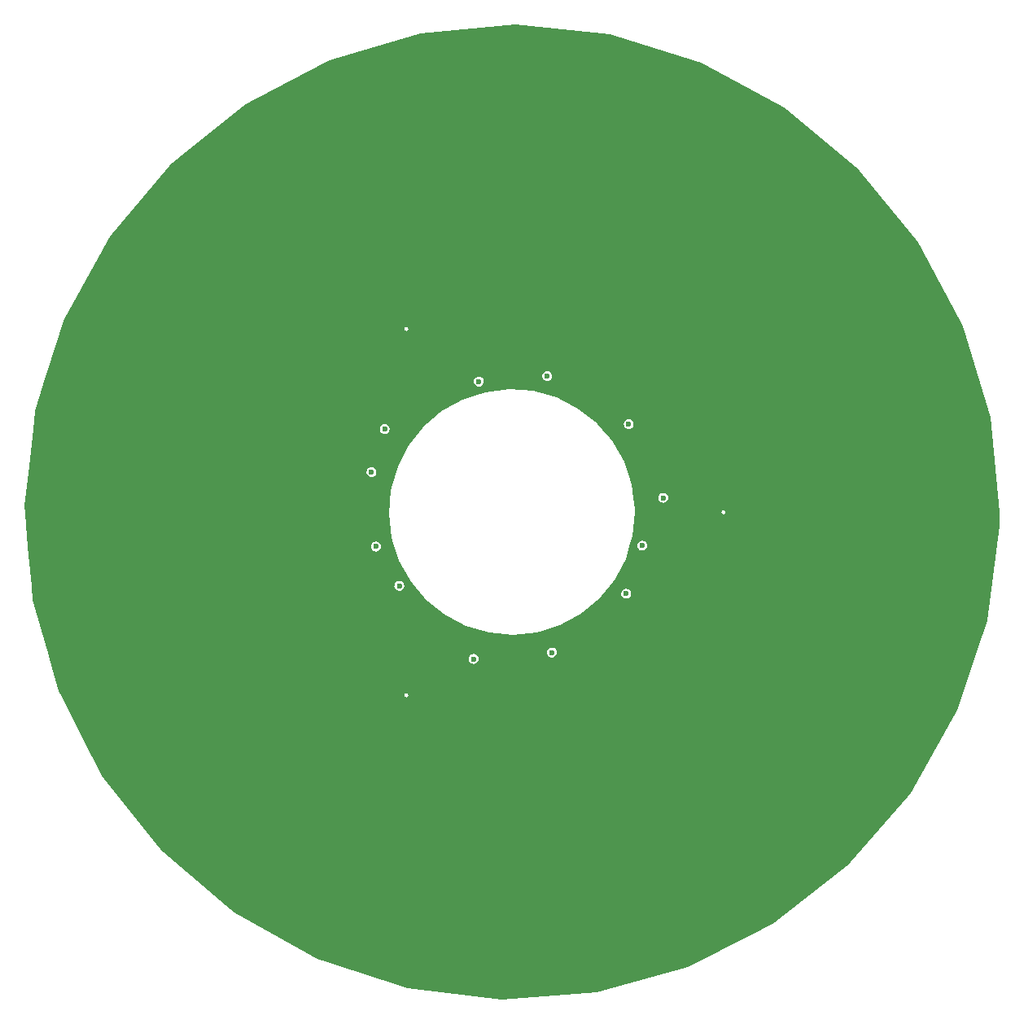
<source format=gbr>
G04 #@! TF.GenerationSoftware,KiCad,Pcbnew,(2017-12-21 revision 7586afd53)-makepkg*
G04 #@! TF.CreationDate,2018-01-22T18:21:21-08:00*
G04 #@! TF.ProjectId,fieldmill,6669656C646D696C6C2E6B696361645F,A*
G04 #@! TF.SameCoordinates,Original*
G04 #@! TF.FileFunction,Copper,L3,Inr,Signal*
G04 #@! TF.FilePolarity,Positive*
%FSLAX46Y46*%
G04 Gerber Fmt 4.6, Leading zero omitted, Abs format (unit mm)*
G04 Created by KiCad (PCBNEW (2017-12-21 revision 7586afd53)-makepkg) date 01/22/18 18:21:21*
%MOMM*%
%LPD*%
G01*
G04 APERTURE LIST*
%ADD10C,0.600000*%
%ADD11C,0.550000*%
%ADD12C,0.200000*%
G04 APERTURE END LIST*
D10*
X143800000Y-96000000D03*
X140200000Y-91600000D03*
X143500000Y-100000000D03*
X74625000Y-85350000D03*
X128700000Y-122500000D03*
X126800000Y-122700000D03*
X146650000Y-93900000D03*
X118275000Y-89450000D03*
D11*
X80950000Y-100000000D03*
X74650000Y-75800000D03*
X80850000Y-88850000D03*
D10*
X88280000Y-107670000D03*
X147400000Y-100000000D03*
X86760000Y-91380000D03*
X115725000Y-98525000D03*
X111150000Y-88870000D03*
X111160000Y-111130000D03*
X88850000Y-111140000D03*
X88870000Y-88850000D03*
X115760000Y-100000000D03*
X84250000Y-100000000D03*
X100000000Y-115760000D03*
X100000000Y-84250000D03*
X96000000Y-115281675D03*
X85379536Y-95850000D03*
X104150000Y-114620464D03*
X112140000Y-90860000D03*
X111880000Y-108490000D03*
X85850000Y-103588125D03*
X103650000Y-85866579D03*
X96550000Y-86434008D03*
X113552595Y-103500000D03*
D12*
G36*
X110179570Y-50409003D02*
X119617977Y-53330678D01*
X128309141Y-58029973D01*
X135922019Y-64327893D01*
X142166638Y-71984553D01*
X146805143Y-80708312D01*
X149660855Y-90166886D01*
X150625000Y-100000000D01*
X150605262Y-101413533D01*
X149366936Y-111215893D01*
X146248239Y-120591043D01*
X141367960Y-129181886D01*
X134911989Y-136661200D01*
X127126231Y-142744101D01*
X118307244Y-147198892D01*
X108790939Y-149855892D01*
X98939790Y-150613897D01*
X89129024Y-149444034D01*
X79732330Y-146390863D01*
X71107626Y-141570679D01*
X63583423Y-135167080D01*
X57446316Y-127423978D01*
X53152200Y-119068532D01*
X88699208Y-119068532D01*
X88708156Y-119126394D01*
X88728172Y-119181416D01*
X88758494Y-119231502D01*
X88797968Y-119274745D01*
X88845088Y-119309497D01*
X88848701Y-119311617D01*
X88851215Y-119313069D01*
X88904531Y-119337265D01*
X88961532Y-119350644D01*
X89020045Y-119352696D01*
X89077844Y-119343345D01*
X89132724Y-119322945D01*
X89182598Y-119292274D01*
X89225565Y-119252500D01*
X89259987Y-119205138D01*
X89284553Y-119151992D01*
X89298330Y-119095086D01*
X89300792Y-119036588D01*
X89291844Y-118978726D01*
X89271827Y-118923704D01*
X89241506Y-118873617D01*
X89202032Y-118830375D01*
X89154912Y-118795623D01*
X89151299Y-118793503D01*
X89148785Y-118792051D01*
X89095469Y-118767855D01*
X89038468Y-118754476D01*
X88979954Y-118752423D01*
X88922156Y-118761775D01*
X88867276Y-118782175D01*
X88817402Y-118812845D01*
X88774435Y-118852620D01*
X88740013Y-118899982D01*
X88715446Y-118953128D01*
X88701669Y-119010034D01*
X88699208Y-119068532D01*
X53152200Y-119068532D01*
X52930065Y-118636305D01*
X51982607Y-115332125D01*
X95399211Y-115332125D01*
X95420452Y-115447858D01*
X95463768Y-115557261D01*
X95527509Y-115656167D01*
X95609247Y-115740809D01*
X95705868Y-115807962D01*
X95813693Y-115855070D01*
X95928614Y-115880337D01*
X96046254Y-115882801D01*
X96162133Y-115862369D01*
X96271835Y-115819818D01*
X96371184Y-115756769D01*
X96456395Y-115675624D01*
X96524221Y-115579474D01*
X96572080Y-115471981D01*
X96598149Y-115357239D01*
X96600026Y-115222842D01*
X96577171Y-115107417D01*
X96532332Y-114998629D01*
X96467216Y-114900623D01*
X96384305Y-114817130D01*
X96286755Y-114751332D01*
X96178283Y-114705735D01*
X96063021Y-114682075D01*
X95945357Y-114681253D01*
X95829775Y-114703302D01*
X95720677Y-114747380D01*
X95622219Y-114811810D01*
X95538150Y-114894136D01*
X95471672Y-114991224D01*
X95425318Y-115099375D01*
X95400854Y-115214470D01*
X95399211Y-115332125D01*
X51982607Y-115332125D01*
X51793008Y-114670914D01*
X103549211Y-114670914D01*
X103570452Y-114786647D01*
X103613768Y-114896050D01*
X103677509Y-114994956D01*
X103759247Y-115079598D01*
X103855868Y-115146751D01*
X103963693Y-115193859D01*
X104078614Y-115219126D01*
X104196254Y-115221590D01*
X104312133Y-115201158D01*
X104421835Y-115158607D01*
X104521184Y-115095558D01*
X104606395Y-115014413D01*
X104674221Y-114918263D01*
X104722080Y-114810770D01*
X104748149Y-114696028D01*
X104750026Y-114561631D01*
X104727171Y-114446206D01*
X104682332Y-114337418D01*
X104617216Y-114239412D01*
X104534305Y-114155919D01*
X104436755Y-114090121D01*
X104328283Y-114044524D01*
X104213021Y-114020864D01*
X104095357Y-114020042D01*
X103979775Y-114042091D01*
X103870677Y-114086169D01*
X103772219Y-114150599D01*
X103688150Y-114232925D01*
X103621672Y-114330013D01*
X103575318Y-114438164D01*
X103550854Y-114553259D01*
X103549211Y-114670914D01*
X51793008Y-114670914D01*
X50206694Y-109138782D01*
X50087594Y-107720450D01*
X87679211Y-107720450D01*
X87700452Y-107836183D01*
X87743768Y-107945586D01*
X87807509Y-108044492D01*
X87889247Y-108129134D01*
X87985868Y-108196287D01*
X88093693Y-108243395D01*
X88208614Y-108268662D01*
X88326254Y-108271126D01*
X88442133Y-108250694D01*
X88551835Y-108208143D01*
X88651184Y-108145094D01*
X88736395Y-108063949D01*
X88804221Y-107967799D01*
X88852080Y-107860306D01*
X88878149Y-107745564D01*
X88880026Y-107611167D01*
X88857171Y-107495742D01*
X88812332Y-107386954D01*
X88747216Y-107288948D01*
X88664305Y-107205455D01*
X88566755Y-107139657D01*
X88458283Y-107094060D01*
X88343021Y-107070400D01*
X88225357Y-107069578D01*
X88109775Y-107091627D01*
X88000677Y-107135705D01*
X87902219Y-107200135D01*
X87818150Y-107282461D01*
X87751672Y-107379549D01*
X87705318Y-107487700D01*
X87680854Y-107602795D01*
X87679211Y-107720450D01*
X50087594Y-107720450D01*
X49744830Y-103638575D01*
X85249211Y-103638575D01*
X85270452Y-103754308D01*
X85313768Y-103863711D01*
X85377509Y-103962617D01*
X85459247Y-104047259D01*
X85555868Y-104114412D01*
X85663693Y-104161520D01*
X85778614Y-104186787D01*
X85896254Y-104189251D01*
X86012133Y-104168819D01*
X86121835Y-104126268D01*
X86221184Y-104063219D01*
X86306395Y-103982074D01*
X86374221Y-103885924D01*
X86422080Y-103778431D01*
X86448149Y-103663689D01*
X86450026Y-103529292D01*
X86427171Y-103413867D01*
X86382332Y-103305079D01*
X86317216Y-103207073D01*
X86234305Y-103123580D01*
X86136755Y-103057782D01*
X86028283Y-103012185D01*
X85913021Y-102988525D01*
X85795357Y-102987703D01*
X85679775Y-103009752D01*
X85570677Y-103053830D01*
X85472219Y-103118260D01*
X85388150Y-103200586D01*
X85321672Y-103297674D01*
X85275318Y-103405825D01*
X85250854Y-103520920D01*
X85249211Y-103638575D01*
X49744830Y-103638575D01*
X49454385Y-100179763D01*
X87126255Y-100179763D01*
X87406350Y-102676863D01*
X88166133Y-105072002D01*
X89376664Y-107273950D01*
X90991834Y-109198836D01*
X92950123Y-110773341D01*
X95176940Y-111937492D01*
X97587466Y-112646948D01*
X100089884Y-112874686D01*
X102588878Y-112612031D01*
X104989263Y-111868988D01*
X107199609Y-110673859D01*
X109135723Y-109072165D01*
X109569379Y-108540450D01*
X111279211Y-108540450D01*
X111300452Y-108656183D01*
X111343768Y-108765586D01*
X111407509Y-108864492D01*
X111489247Y-108949134D01*
X111585868Y-109016287D01*
X111693693Y-109063395D01*
X111808614Y-109088662D01*
X111926254Y-109091126D01*
X112042133Y-109070694D01*
X112151835Y-109028143D01*
X112251184Y-108965094D01*
X112336395Y-108883949D01*
X112404221Y-108787799D01*
X112452080Y-108680306D01*
X112478149Y-108565564D01*
X112480026Y-108431167D01*
X112457171Y-108315742D01*
X112412332Y-108206954D01*
X112347216Y-108108948D01*
X112264305Y-108025455D01*
X112166755Y-107959657D01*
X112058283Y-107914060D01*
X111943021Y-107890400D01*
X111825357Y-107889578D01*
X111709775Y-107911627D01*
X111600677Y-107955705D01*
X111502219Y-108020135D01*
X111418150Y-108102461D01*
X111351672Y-108199549D01*
X111305318Y-108307700D01*
X111280854Y-108422795D01*
X111279211Y-108540450D01*
X109569379Y-108540450D01*
X110723861Y-107124916D01*
X111903530Y-104906281D01*
X112312879Y-103550450D01*
X112951806Y-103550450D01*
X112973047Y-103666183D01*
X113016363Y-103775586D01*
X113080104Y-103874492D01*
X113161842Y-103959134D01*
X113258463Y-104026287D01*
X113366288Y-104073395D01*
X113481209Y-104098662D01*
X113598849Y-104101126D01*
X113714728Y-104080694D01*
X113824430Y-104038143D01*
X113923779Y-103975094D01*
X114008990Y-103893949D01*
X114076816Y-103797799D01*
X114124675Y-103690306D01*
X114150744Y-103575564D01*
X114152621Y-103441167D01*
X114129766Y-103325742D01*
X114084927Y-103216954D01*
X114019811Y-103118948D01*
X113936900Y-103035455D01*
X113839350Y-102969657D01*
X113730878Y-102924060D01*
X113615616Y-102900400D01*
X113497952Y-102899578D01*
X113382370Y-102921627D01*
X113273272Y-102965705D01*
X113174814Y-103030135D01*
X113090745Y-103112461D01*
X113024267Y-103209549D01*
X112977913Y-103317700D01*
X112953449Y-103432795D01*
X112951806Y-103550450D01*
X112312879Y-103550450D01*
X112629798Y-102500767D01*
X112875000Y-100000000D01*
X112874980Y-99998548D01*
X121700000Y-99998548D01*
X121700000Y-100001452D01*
X121705713Y-100059722D01*
X121722636Y-100115773D01*
X121750124Y-100167469D01*
X121787129Y-100212842D01*
X121832242Y-100250163D01*
X121883745Y-100278011D01*
X121939677Y-100295325D01*
X121997906Y-100301445D01*
X122056214Y-100296138D01*
X122112382Y-100279607D01*
X122164269Y-100252481D01*
X122209899Y-100215794D01*
X122247534Y-100170942D01*
X122275741Y-100119635D01*
X122293444Y-100063826D01*
X122299971Y-100005641D01*
X122300000Y-100001452D01*
X122300000Y-99998548D01*
X122294287Y-99940278D01*
X122277364Y-99884227D01*
X122249876Y-99832531D01*
X122212871Y-99787158D01*
X122167758Y-99749837D01*
X122116255Y-99721989D01*
X122060323Y-99704675D01*
X122002094Y-99698555D01*
X121943786Y-99703862D01*
X121887618Y-99720393D01*
X121835731Y-99747519D01*
X121790101Y-99784206D01*
X121752466Y-99829058D01*
X121724259Y-99880365D01*
X121706556Y-99936174D01*
X121700029Y-99994359D01*
X121700000Y-99998548D01*
X112874980Y-99998548D01*
X112869980Y-99640509D01*
X112735432Y-98575450D01*
X115124211Y-98575450D01*
X115145452Y-98691183D01*
X115188768Y-98800586D01*
X115252509Y-98899492D01*
X115334247Y-98984134D01*
X115430868Y-99051287D01*
X115538693Y-99098395D01*
X115653614Y-99123662D01*
X115771254Y-99126126D01*
X115887133Y-99105694D01*
X115996835Y-99063143D01*
X116096184Y-99000094D01*
X116181395Y-98918949D01*
X116249221Y-98822799D01*
X116297080Y-98715306D01*
X116323149Y-98600564D01*
X116325026Y-98466167D01*
X116302171Y-98350742D01*
X116257332Y-98241954D01*
X116192216Y-98143948D01*
X116109305Y-98060455D01*
X116011755Y-97994657D01*
X115903283Y-97949060D01*
X115788021Y-97925400D01*
X115670357Y-97924578D01*
X115554775Y-97946627D01*
X115445677Y-97990705D01*
X115347219Y-98055135D01*
X115263150Y-98137461D01*
X115196672Y-98234549D01*
X115150318Y-98342700D01*
X115125854Y-98457795D01*
X115124211Y-98575450D01*
X112735432Y-98575450D01*
X112555048Y-97147563D01*
X111761898Y-94763266D01*
X110520741Y-92578434D01*
X109080977Y-90910450D01*
X111539211Y-90910450D01*
X111560452Y-91026183D01*
X111603768Y-91135586D01*
X111667509Y-91234492D01*
X111749247Y-91319134D01*
X111845868Y-91386287D01*
X111953693Y-91433395D01*
X112068614Y-91458662D01*
X112186254Y-91461126D01*
X112302133Y-91440694D01*
X112411835Y-91398143D01*
X112511184Y-91335094D01*
X112596395Y-91253949D01*
X112664221Y-91157799D01*
X112712080Y-91050306D01*
X112738149Y-90935564D01*
X112740026Y-90801167D01*
X112717171Y-90685742D01*
X112672332Y-90576954D01*
X112607216Y-90478948D01*
X112524305Y-90395455D01*
X112426755Y-90329657D01*
X112318283Y-90284060D01*
X112203021Y-90260400D01*
X112085357Y-90259578D01*
X111969775Y-90281627D01*
X111860677Y-90325705D01*
X111762219Y-90390135D01*
X111678150Y-90472461D01*
X111611672Y-90569549D01*
X111565318Y-90677700D01*
X111540854Y-90792795D01*
X111539211Y-90910450D01*
X109080977Y-90910450D01*
X108878852Y-90676287D01*
X106898770Y-89129278D01*
X104655916Y-87996331D01*
X102235720Y-87320600D01*
X99730366Y-87127824D01*
X97235283Y-87425344D01*
X94845506Y-88201830D01*
X92652063Y-89427704D01*
X90738500Y-91056273D01*
X89177705Y-93025507D01*
X88029128Y-95260396D01*
X87336517Y-97675816D01*
X87126255Y-100179763D01*
X49454385Y-100179763D01*
X49379935Y-99293165D01*
X49760488Y-95900450D01*
X84778747Y-95900450D01*
X84799988Y-96016183D01*
X84843304Y-96125586D01*
X84907045Y-96224492D01*
X84988783Y-96309134D01*
X85085404Y-96376287D01*
X85193229Y-96423395D01*
X85308150Y-96448662D01*
X85425790Y-96451126D01*
X85541669Y-96430694D01*
X85651371Y-96388143D01*
X85750720Y-96325094D01*
X85835931Y-96243949D01*
X85903757Y-96147799D01*
X85951616Y-96040306D01*
X85977685Y-95925564D01*
X85979562Y-95791167D01*
X85956707Y-95675742D01*
X85911868Y-95566954D01*
X85846752Y-95468948D01*
X85763841Y-95385455D01*
X85666291Y-95319657D01*
X85557819Y-95274060D01*
X85442557Y-95250400D01*
X85324893Y-95249578D01*
X85209311Y-95271627D01*
X85100213Y-95315705D01*
X85001755Y-95380135D01*
X84917686Y-95462461D01*
X84851208Y-95559549D01*
X84804854Y-95667700D01*
X84780390Y-95782795D01*
X84778747Y-95900450D01*
X49760488Y-95900450D01*
X50261879Y-91430450D01*
X86159211Y-91430450D01*
X86180452Y-91546183D01*
X86223768Y-91655586D01*
X86287509Y-91754492D01*
X86369247Y-91839134D01*
X86465868Y-91906287D01*
X86573693Y-91953395D01*
X86688614Y-91978662D01*
X86806254Y-91981126D01*
X86922133Y-91960694D01*
X87031835Y-91918143D01*
X87131184Y-91855094D01*
X87216395Y-91773949D01*
X87284221Y-91677799D01*
X87332080Y-91570306D01*
X87358149Y-91455564D01*
X87360026Y-91321167D01*
X87337171Y-91205742D01*
X87292332Y-91096954D01*
X87227216Y-90998948D01*
X87144305Y-90915455D01*
X87046755Y-90849657D01*
X86938283Y-90804060D01*
X86823021Y-90780400D01*
X86705357Y-90779578D01*
X86589775Y-90801627D01*
X86480677Y-90845705D01*
X86382219Y-90910135D01*
X86298150Y-90992461D01*
X86231672Y-91089549D01*
X86185318Y-91197700D01*
X86160854Y-91312795D01*
X86159211Y-91430450D01*
X50261879Y-91430450D01*
X50481278Y-89474471D01*
X51429765Y-86484458D01*
X95949211Y-86484458D01*
X95970452Y-86600191D01*
X96013768Y-86709594D01*
X96077509Y-86808500D01*
X96159247Y-86893142D01*
X96255868Y-86960295D01*
X96363693Y-87007403D01*
X96478614Y-87032670D01*
X96596254Y-87035134D01*
X96712133Y-87014702D01*
X96821835Y-86972151D01*
X96921184Y-86909102D01*
X97006395Y-86827957D01*
X97074221Y-86731807D01*
X97122080Y-86624314D01*
X97148149Y-86509572D01*
X97150026Y-86375175D01*
X97127171Y-86259750D01*
X97082332Y-86150962D01*
X97017216Y-86052956D01*
X96934305Y-85969463D01*
X96856569Y-85917029D01*
X103049211Y-85917029D01*
X103070452Y-86032762D01*
X103113768Y-86142165D01*
X103177509Y-86241071D01*
X103259247Y-86325713D01*
X103355868Y-86392866D01*
X103463693Y-86439974D01*
X103578614Y-86465241D01*
X103696254Y-86467705D01*
X103812133Y-86447273D01*
X103921835Y-86404722D01*
X104021184Y-86341673D01*
X104106395Y-86260528D01*
X104174221Y-86164378D01*
X104222080Y-86056885D01*
X104248149Y-85942143D01*
X104250026Y-85807746D01*
X104227171Y-85692321D01*
X104182332Y-85583533D01*
X104117216Y-85485527D01*
X104034305Y-85402034D01*
X103936755Y-85336236D01*
X103828283Y-85290639D01*
X103713021Y-85266979D01*
X103595357Y-85266157D01*
X103479775Y-85288206D01*
X103370677Y-85332284D01*
X103272219Y-85396714D01*
X103188150Y-85479040D01*
X103121672Y-85576128D01*
X103075318Y-85684279D01*
X103050854Y-85799374D01*
X103049211Y-85917029D01*
X96856569Y-85917029D01*
X96836755Y-85903665D01*
X96728283Y-85858068D01*
X96613021Y-85834408D01*
X96495357Y-85833586D01*
X96379775Y-85855635D01*
X96270677Y-85899713D01*
X96172219Y-85964143D01*
X96088150Y-86046469D01*
X96021672Y-86143557D01*
X95975318Y-86251708D01*
X95950854Y-86366803D01*
X95949211Y-86484458D01*
X51429765Y-86484458D01*
X53192603Y-80927287D01*
X88699471Y-80927287D01*
X88701114Y-80985814D01*
X88714095Y-81042907D01*
X88737918Y-81096391D01*
X88771676Y-81144228D01*
X88814083Y-81184599D01*
X88863523Y-81215963D01*
X88918114Y-81237128D01*
X88975776Y-81247285D01*
X89034312Y-81246050D01*
X89091494Y-81233468D01*
X89145143Y-81210019D01*
X89148785Y-81207949D01*
X89151299Y-81206497D01*
X89198900Y-81172407D01*
X89238973Y-81129719D01*
X89269991Y-81080061D01*
X89290774Y-81025324D01*
X89300529Y-80967593D01*
X89298885Y-80909066D01*
X89285905Y-80851973D01*
X89262081Y-80798489D01*
X89228324Y-80750652D01*
X89185917Y-80710281D01*
X89136477Y-80678917D01*
X89081886Y-80657752D01*
X89024224Y-80647595D01*
X88965688Y-80648830D01*
X88908506Y-80661412D01*
X88854857Y-80684861D01*
X88851215Y-80686931D01*
X88848701Y-80688383D01*
X88801100Y-80722473D01*
X88761027Y-80765161D01*
X88730009Y-80814819D01*
X88709226Y-80869556D01*
X88699471Y-80927287D01*
X53192603Y-80927287D01*
X53468773Y-80056691D01*
X58228629Y-71398545D01*
X64579543Y-63829821D01*
X72279612Y-57638807D01*
X81035541Y-53061317D01*
X90513821Y-50271708D01*
X100353426Y-49376234D01*
X110179570Y-50409003D01*
X110179570Y-50409003D01*
G37*
X110179570Y-50409003D02*
X119617977Y-53330678D01*
X128309141Y-58029973D01*
X135922019Y-64327893D01*
X142166638Y-71984553D01*
X146805143Y-80708312D01*
X149660855Y-90166886D01*
X150625000Y-100000000D01*
X150605262Y-101413533D01*
X149366936Y-111215893D01*
X146248239Y-120591043D01*
X141367960Y-129181886D01*
X134911989Y-136661200D01*
X127126231Y-142744101D01*
X118307244Y-147198892D01*
X108790939Y-149855892D01*
X98939790Y-150613897D01*
X89129024Y-149444034D01*
X79732330Y-146390863D01*
X71107626Y-141570679D01*
X63583423Y-135167080D01*
X57446316Y-127423978D01*
X53152200Y-119068532D01*
X88699208Y-119068532D01*
X88708156Y-119126394D01*
X88728172Y-119181416D01*
X88758494Y-119231502D01*
X88797968Y-119274745D01*
X88845088Y-119309497D01*
X88848701Y-119311617D01*
X88851215Y-119313069D01*
X88904531Y-119337265D01*
X88961532Y-119350644D01*
X89020045Y-119352696D01*
X89077844Y-119343345D01*
X89132724Y-119322945D01*
X89182598Y-119292274D01*
X89225565Y-119252500D01*
X89259987Y-119205138D01*
X89284553Y-119151992D01*
X89298330Y-119095086D01*
X89300792Y-119036588D01*
X89291844Y-118978726D01*
X89271827Y-118923704D01*
X89241506Y-118873617D01*
X89202032Y-118830375D01*
X89154912Y-118795623D01*
X89151299Y-118793503D01*
X89148785Y-118792051D01*
X89095469Y-118767855D01*
X89038468Y-118754476D01*
X88979954Y-118752423D01*
X88922156Y-118761775D01*
X88867276Y-118782175D01*
X88817402Y-118812845D01*
X88774435Y-118852620D01*
X88740013Y-118899982D01*
X88715446Y-118953128D01*
X88701669Y-119010034D01*
X88699208Y-119068532D01*
X53152200Y-119068532D01*
X52930065Y-118636305D01*
X51982607Y-115332125D01*
X95399211Y-115332125D01*
X95420452Y-115447858D01*
X95463768Y-115557261D01*
X95527509Y-115656167D01*
X95609247Y-115740809D01*
X95705868Y-115807962D01*
X95813693Y-115855070D01*
X95928614Y-115880337D01*
X96046254Y-115882801D01*
X96162133Y-115862369D01*
X96271835Y-115819818D01*
X96371184Y-115756769D01*
X96456395Y-115675624D01*
X96524221Y-115579474D01*
X96572080Y-115471981D01*
X96598149Y-115357239D01*
X96600026Y-115222842D01*
X96577171Y-115107417D01*
X96532332Y-114998629D01*
X96467216Y-114900623D01*
X96384305Y-114817130D01*
X96286755Y-114751332D01*
X96178283Y-114705735D01*
X96063021Y-114682075D01*
X95945357Y-114681253D01*
X95829775Y-114703302D01*
X95720677Y-114747380D01*
X95622219Y-114811810D01*
X95538150Y-114894136D01*
X95471672Y-114991224D01*
X95425318Y-115099375D01*
X95400854Y-115214470D01*
X95399211Y-115332125D01*
X51982607Y-115332125D01*
X51793008Y-114670914D01*
X103549211Y-114670914D01*
X103570452Y-114786647D01*
X103613768Y-114896050D01*
X103677509Y-114994956D01*
X103759247Y-115079598D01*
X103855868Y-115146751D01*
X103963693Y-115193859D01*
X104078614Y-115219126D01*
X104196254Y-115221590D01*
X104312133Y-115201158D01*
X104421835Y-115158607D01*
X104521184Y-115095558D01*
X104606395Y-115014413D01*
X104674221Y-114918263D01*
X104722080Y-114810770D01*
X104748149Y-114696028D01*
X104750026Y-114561631D01*
X104727171Y-114446206D01*
X104682332Y-114337418D01*
X104617216Y-114239412D01*
X104534305Y-114155919D01*
X104436755Y-114090121D01*
X104328283Y-114044524D01*
X104213021Y-114020864D01*
X104095357Y-114020042D01*
X103979775Y-114042091D01*
X103870677Y-114086169D01*
X103772219Y-114150599D01*
X103688150Y-114232925D01*
X103621672Y-114330013D01*
X103575318Y-114438164D01*
X103550854Y-114553259D01*
X103549211Y-114670914D01*
X51793008Y-114670914D01*
X50206694Y-109138782D01*
X50087594Y-107720450D01*
X87679211Y-107720450D01*
X87700452Y-107836183D01*
X87743768Y-107945586D01*
X87807509Y-108044492D01*
X87889247Y-108129134D01*
X87985868Y-108196287D01*
X88093693Y-108243395D01*
X88208614Y-108268662D01*
X88326254Y-108271126D01*
X88442133Y-108250694D01*
X88551835Y-108208143D01*
X88651184Y-108145094D01*
X88736395Y-108063949D01*
X88804221Y-107967799D01*
X88852080Y-107860306D01*
X88878149Y-107745564D01*
X88880026Y-107611167D01*
X88857171Y-107495742D01*
X88812332Y-107386954D01*
X88747216Y-107288948D01*
X88664305Y-107205455D01*
X88566755Y-107139657D01*
X88458283Y-107094060D01*
X88343021Y-107070400D01*
X88225357Y-107069578D01*
X88109775Y-107091627D01*
X88000677Y-107135705D01*
X87902219Y-107200135D01*
X87818150Y-107282461D01*
X87751672Y-107379549D01*
X87705318Y-107487700D01*
X87680854Y-107602795D01*
X87679211Y-107720450D01*
X50087594Y-107720450D01*
X49744830Y-103638575D01*
X85249211Y-103638575D01*
X85270452Y-103754308D01*
X85313768Y-103863711D01*
X85377509Y-103962617D01*
X85459247Y-104047259D01*
X85555868Y-104114412D01*
X85663693Y-104161520D01*
X85778614Y-104186787D01*
X85896254Y-104189251D01*
X86012133Y-104168819D01*
X86121835Y-104126268D01*
X86221184Y-104063219D01*
X86306395Y-103982074D01*
X86374221Y-103885924D01*
X86422080Y-103778431D01*
X86448149Y-103663689D01*
X86450026Y-103529292D01*
X86427171Y-103413867D01*
X86382332Y-103305079D01*
X86317216Y-103207073D01*
X86234305Y-103123580D01*
X86136755Y-103057782D01*
X86028283Y-103012185D01*
X85913021Y-102988525D01*
X85795357Y-102987703D01*
X85679775Y-103009752D01*
X85570677Y-103053830D01*
X85472219Y-103118260D01*
X85388150Y-103200586D01*
X85321672Y-103297674D01*
X85275318Y-103405825D01*
X85250854Y-103520920D01*
X85249211Y-103638575D01*
X49744830Y-103638575D01*
X49454385Y-100179763D01*
X87126255Y-100179763D01*
X87406350Y-102676863D01*
X88166133Y-105072002D01*
X89376664Y-107273950D01*
X90991834Y-109198836D01*
X92950123Y-110773341D01*
X95176940Y-111937492D01*
X97587466Y-112646948D01*
X100089884Y-112874686D01*
X102588878Y-112612031D01*
X104989263Y-111868988D01*
X107199609Y-110673859D01*
X109135723Y-109072165D01*
X109569379Y-108540450D01*
X111279211Y-108540450D01*
X111300452Y-108656183D01*
X111343768Y-108765586D01*
X111407509Y-108864492D01*
X111489247Y-108949134D01*
X111585868Y-109016287D01*
X111693693Y-109063395D01*
X111808614Y-109088662D01*
X111926254Y-109091126D01*
X112042133Y-109070694D01*
X112151835Y-109028143D01*
X112251184Y-108965094D01*
X112336395Y-108883949D01*
X112404221Y-108787799D01*
X112452080Y-108680306D01*
X112478149Y-108565564D01*
X112480026Y-108431167D01*
X112457171Y-108315742D01*
X112412332Y-108206954D01*
X112347216Y-108108948D01*
X112264305Y-108025455D01*
X112166755Y-107959657D01*
X112058283Y-107914060D01*
X111943021Y-107890400D01*
X111825357Y-107889578D01*
X111709775Y-107911627D01*
X111600677Y-107955705D01*
X111502219Y-108020135D01*
X111418150Y-108102461D01*
X111351672Y-108199549D01*
X111305318Y-108307700D01*
X111280854Y-108422795D01*
X111279211Y-108540450D01*
X109569379Y-108540450D01*
X110723861Y-107124916D01*
X111903530Y-104906281D01*
X112312879Y-103550450D01*
X112951806Y-103550450D01*
X112973047Y-103666183D01*
X113016363Y-103775586D01*
X113080104Y-103874492D01*
X113161842Y-103959134D01*
X113258463Y-104026287D01*
X113366288Y-104073395D01*
X113481209Y-104098662D01*
X113598849Y-104101126D01*
X113714728Y-104080694D01*
X113824430Y-104038143D01*
X113923779Y-103975094D01*
X114008990Y-103893949D01*
X114076816Y-103797799D01*
X114124675Y-103690306D01*
X114150744Y-103575564D01*
X114152621Y-103441167D01*
X114129766Y-103325742D01*
X114084927Y-103216954D01*
X114019811Y-103118948D01*
X113936900Y-103035455D01*
X113839350Y-102969657D01*
X113730878Y-102924060D01*
X113615616Y-102900400D01*
X113497952Y-102899578D01*
X113382370Y-102921627D01*
X113273272Y-102965705D01*
X113174814Y-103030135D01*
X113090745Y-103112461D01*
X113024267Y-103209549D01*
X112977913Y-103317700D01*
X112953449Y-103432795D01*
X112951806Y-103550450D01*
X112312879Y-103550450D01*
X112629798Y-102500767D01*
X112875000Y-100000000D01*
X112874980Y-99998548D01*
X121700000Y-99998548D01*
X121700000Y-100001452D01*
X121705713Y-100059722D01*
X121722636Y-100115773D01*
X121750124Y-100167469D01*
X121787129Y-100212842D01*
X121832242Y-100250163D01*
X121883745Y-100278011D01*
X121939677Y-100295325D01*
X121997906Y-100301445D01*
X122056214Y-100296138D01*
X122112382Y-100279607D01*
X122164269Y-100252481D01*
X122209899Y-100215794D01*
X122247534Y-100170942D01*
X122275741Y-100119635D01*
X122293444Y-100063826D01*
X122299971Y-100005641D01*
X122300000Y-100001452D01*
X122300000Y-99998548D01*
X122294287Y-99940278D01*
X122277364Y-99884227D01*
X122249876Y-99832531D01*
X122212871Y-99787158D01*
X122167758Y-99749837D01*
X122116255Y-99721989D01*
X122060323Y-99704675D01*
X122002094Y-99698555D01*
X121943786Y-99703862D01*
X121887618Y-99720393D01*
X121835731Y-99747519D01*
X121790101Y-99784206D01*
X121752466Y-99829058D01*
X121724259Y-99880365D01*
X121706556Y-99936174D01*
X121700029Y-99994359D01*
X121700000Y-99998548D01*
X112874980Y-99998548D01*
X112869980Y-99640509D01*
X112735432Y-98575450D01*
X115124211Y-98575450D01*
X115145452Y-98691183D01*
X115188768Y-98800586D01*
X115252509Y-98899492D01*
X115334247Y-98984134D01*
X115430868Y-99051287D01*
X115538693Y-99098395D01*
X115653614Y-99123662D01*
X115771254Y-99126126D01*
X115887133Y-99105694D01*
X115996835Y-99063143D01*
X116096184Y-99000094D01*
X116181395Y-98918949D01*
X116249221Y-98822799D01*
X116297080Y-98715306D01*
X116323149Y-98600564D01*
X116325026Y-98466167D01*
X116302171Y-98350742D01*
X116257332Y-98241954D01*
X116192216Y-98143948D01*
X116109305Y-98060455D01*
X116011755Y-97994657D01*
X115903283Y-97949060D01*
X115788021Y-97925400D01*
X115670357Y-97924578D01*
X115554775Y-97946627D01*
X115445677Y-97990705D01*
X115347219Y-98055135D01*
X115263150Y-98137461D01*
X115196672Y-98234549D01*
X115150318Y-98342700D01*
X115125854Y-98457795D01*
X115124211Y-98575450D01*
X112735432Y-98575450D01*
X112555048Y-97147563D01*
X111761898Y-94763266D01*
X110520741Y-92578434D01*
X109080977Y-90910450D01*
X111539211Y-90910450D01*
X111560452Y-91026183D01*
X111603768Y-91135586D01*
X111667509Y-91234492D01*
X111749247Y-91319134D01*
X111845868Y-91386287D01*
X111953693Y-91433395D01*
X112068614Y-91458662D01*
X112186254Y-91461126D01*
X112302133Y-91440694D01*
X112411835Y-91398143D01*
X112511184Y-91335094D01*
X112596395Y-91253949D01*
X112664221Y-91157799D01*
X112712080Y-91050306D01*
X112738149Y-90935564D01*
X112740026Y-90801167D01*
X112717171Y-90685742D01*
X112672332Y-90576954D01*
X112607216Y-90478948D01*
X112524305Y-90395455D01*
X112426755Y-90329657D01*
X112318283Y-90284060D01*
X112203021Y-90260400D01*
X112085357Y-90259578D01*
X111969775Y-90281627D01*
X111860677Y-90325705D01*
X111762219Y-90390135D01*
X111678150Y-90472461D01*
X111611672Y-90569549D01*
X111565318Y-90677700D01*
X111540854Y-90792795D01*
X111539211Y-90910450D01*
X109080977Y-90910450D01*
X108878852Y-90676287D01*
X106898770Y-89129278D01*
X104655916Y-87996331D01*
X102235720Y-87320600D01*
X99730366Y-87127824D01*
X97235283Y-87425344D01*
X94845506Y-88201830D01*
X92652063Y-89427704D01*
X90738500Y-91056273D01*
X89177705Y-93025507D01*
X88029128Y-95260396D01*
X87336517Y-97675816D01*
X87126255Y-100179763D01*
X49454385Y-100179763D01*
X49379935Y-99293165D01*
X49760488Y-95900450D01*
X84778747Y-95900450D01*
X84799988Y-96016183D01*
X84843304Y-96125586D01*
X84907045Y-96224492D01*
X84988783Y-96309134D01*
X85085404Y-96376287D01*
X85193229Y-96423395D01*
X85308150Y-96448662D01*
X85425790Y-96451126D01*
X85541669Y-96430694D01*
X85651371Y-96388143D01*
X85750720Y-96325094D01*
X85835931Y-96243949D01*
X85903757Y-96147799D01*
X85951616Y-96040306D01*
X85977685Y-95925564D01*
X85979562Y-95791167D01*
X85956707Y-95675742D01*
X85911868Y-95566954D01*
X85846752Y-95468948D01*
X85763841Y-95385455D01*
X85666291Y-95319657D01*
X85557819Y-95274060D01*
X85442557Y-95250400D01*
X85324893Y-95249578D01*
X85209311Y-95271627D01*
X85100213Y-95315705D01*
X85001755Y-95380135D01*
X84917686Y-95462461D01*
X84851208Y-95559549D01*
X84804854Y-95667700D01*
X84780390Y-95782795D01*
X84778747Y-95900450D01*
X49760488Y-95900450D01*
X50261879Y-91430450D01*
X86159211Y-91430450D01*
X86180452Y-91546183D01*
X86223768Y-91655586D01*
X86287509Y-91754492D01*
X86369247Y-91839134D01*
X86465868Y-91906287D01*
X86573693Y-91953395D01*
X86688614Y-91978662D01*
X86806254Y-91981126D01*
X86922133Y-91960694D01*
X87031835Y-91918143D01*
X87131184Y-91855094D01*
X87216395Y-91773949D01*
X87284221Y-91677799D01*
X87332080Y-91570306D01*
X87358149Y-91455564D01*
X87360026Y-91321167D01*
X87337171Y-91205742D01*
X87292332Y-91096954D01*
X87227216Y-90998948D01*
X87144305Y-90915455D01*
X87046755Y-90849657D01*
X86938283Y-90804060D01*
X86823021Y-90780400D01*
X86705357Y-90779578D01*
X86589775Y-90801627D01*
X86480677Y-90845705D01*
X86382219Y-90910135D01*
X86298150Y-90992461D01*
X86231672Y-91089549D01*
X86185318Y-91197700D01*
X86160854Y-91312795D01*
X86159211Y-91430450D01*
X50261879Y-91430450D01*
X50481278Y-89474471D01*
X51429765Y-86484458D01*
X95949211Y-86484458D01*
X95970452Y-86600191D01*
X96013768Y-86709594D01*
X96077509Y-86808500D01*
X96159247Y-86893142D01*
X96255868Y-86960295D01*
X96363693Y-87007403D01*
X96478614Y-87032670D01*
X96596254Y-87035134D01*
X96712133Y-87014702D01*
X96821835Y-86972151D01*
X96921184Y-86909102D01*
X97006395Y-86827957D01*
X97074221Y-86731807D01*
X97122080Y-86624314D01*
X97148149Y-86509572D01*
X97150026Y-86375175D01*
X97127171Y-86259750D01*
X97082332Y-86150962D01*
X97017216Y-86052956D01*
X96934305Y-85969463D01*
X96856569Y-85917029D01*
X103049211Y-85917029D01*
X103070452Y-86032762D01*
X103113768Y-86142165D01*
X103177509Y-86241071D01*
X103259247Y-86325713D01*
X103355868Y-86392866D01*
X103463693Y-86439974D01*
X103578614Y-86465241D01*
X103696254Y-86467705D01*
X103812133Y-86447273D01*
X103921835Y-86404722D01*
X104021184Y-86341673D01*
X104106395Y-86260528D01*
X104174221Y-86164378D01*
X104222080Y-86056885D01*
X104248149Y-85942143D01*
X104250026Y-85807746D01*
X104227171Y-85692321D01*
X104182332Y-85583533D01*
X104117216Y-85485527D01*
X104034305Y-85402034D01*
X103936755Y-85336236D01*
X103828283Y-85290639D01*
X103713021Y-85266979D01*
X103595357Y-85266157D01*
X103479775Y-85288206D01*
X103370677Y-85332284D01*
X103272219Y-85396714D01*
X103188150Y-85479040D01*
X103121672Y-85576128D01*
X103075318Y-85684279D01*
X103050854Y-85799374D01*
X103049211Y-85917029D01*
X96856569Y-85917029D01*
X96836755Y-85903665D01*
X96728283Y-85858068D01*
X96613021Y-85834408D01*
X96495357Y-85833586D01*
X96379775Y-85855635D01*
X96270677Y-85899713D01*
X96172219Y-85964143D01*
X96088150Y-86046469D01*
X96021672Y-86143557D01*
X95975318Y-86251708D01*
X95950854Y-86366803D01*
X95949211Y-86484458D01*
X51429765Y-86484458D01*
X53192603Y-80927287D01*
X88699471Y-80927287D01*
X88701114Y-80985814D01*
X88714095Y-81042907D01*
X88737918Y-81096391D01*
X88771676Y-81144228D01*
X88814083Y-81184599D01*
X88863523Y-81215963D01*
X88918114Y-81237128D01*
X88975776Y-81247285D01*
X89034312Y-81246050D01*
X89091494Y-81233468D01*
X89145143Y-81210019D01*
X89148785Y-81207949D01*
X89151299Y-81206497D01*
X89198900Y-81172407D01*
X89238973Y-81129719D01*
X89269991Y-81080061D01*
X89290774Y-81025324D01*
X89300529Y-80967593D01*
X89298885Y-80909066D01*
X89285905Y-80851973D01*
X89262081Y-80798489D01*
X89228324Y-80750652D01*
X89185917Y-80710281D01*
X89136477Y-80678917D01*
X89081886Y-80657752D01*
X89024224Y-80647595D01*
X88965688Y-80648830D01*
X88908506Y-80661412D01*
X88854857Y-80684861D01*
X88851215Y-80686931D01*
X88848701Y-80688383D01*
X88801100Y-80722473D01*
X88761027Y-80765161D01*
X88730009Y-80814819D01*
X88709226Y-80869556D01*
X88699471Y-80927287D01*
X53192603Y-80927287D01*
X53468773Y-80056691D01*
X58228629Y-71398545D01*
X64579543Y-63829821D01*
X72279612Y-57638807D01*
X81035541Y-53061317D01*
X90513821Y-50271708D01*
X100353426Y-49376234D01*
X110179570Y-50409003D01*
M02*

</source>
